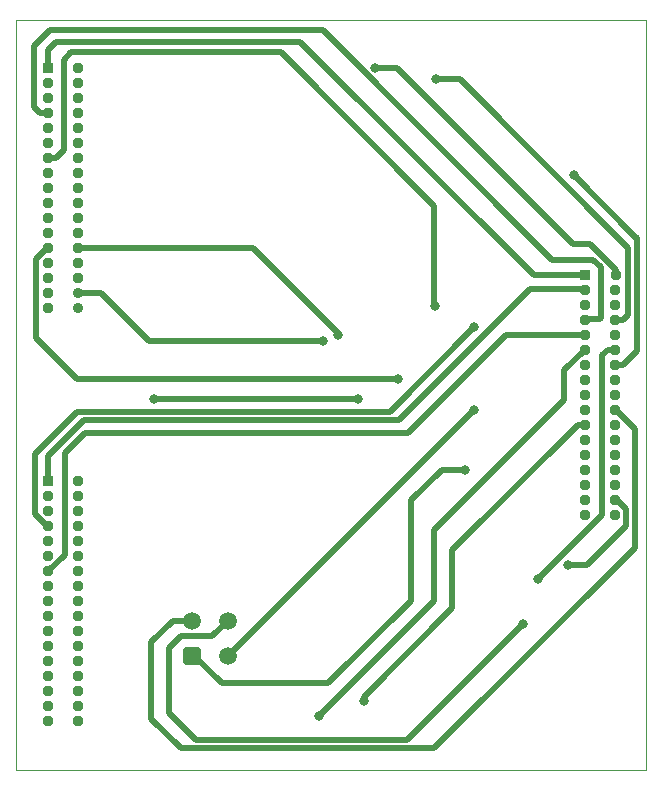
<source format=gbr>
%TF.GenerationSoftware,KiCad,Pcbnew,7.0.7*%
%TF.CreationDate,2023-10-17T22:09:53-05:00*%
%TF.ProjectId,Heater_South_DCT_HSK,48656174-6572-45f5-936f-7574685f4443,rev?*%
%TF.SameCoordinates,Original*%
%TF.FileFunction,Copper,L1,Top*%
%TF.FilePolarity,Positive*%
%FSLAX46Y46*%
G04 Gerber Fmt 4.6, Leading zero omitted, Abs format (unit mm)*
G04 Created by KiCad (PCBNEW 7.0.7) date 2023-10-17 22:09:53*
%MOMM*%
%LPD*%
G01*
G04 APERTURE LIST*
G04 Aperture macros list*
%AMRoundRect*
0 Rectangle with rounded corners*
0 $1 Rounding radius*
0 $2 $3 $4 $5 $6 $7 $8 $9 X,Y pos of 4 corners*
0 Add a 4 corners polygon primitive as box body*
4,1,4,$2,$3,$4,$5,$6,$7,$8,$9,$2,$3,0*
0 Add four circle primitives for the rounded corners*
1,1,$1+$1,$2,$3*
1,1,$1+$1,$4,$5*
1,1,$1+$1,$6,$7*
1,1,$1+$1,$8,$9*
0 Add four rect primitives between the rounded corners*
20,1,$1+$1,$2,$3,$4,$5,0*
20,1,$1+$1,$4,$5,$6,$7,0*
20,1,$1+$1,$6,$7,$8,$9,0*
20,1,$1+$1,$8,$9,$2,$3,0*%
G04 Aperture macros list end*
%TA.AperFunction,ComponentPad*%
%ADD10R,0.940800X0.940800*%
%TD*%
%TA.AperFunction,ComponentPad*%
%ADD11C,0.940800*%
%TD*%
%TA.AperFunction,ComponentPad*%
%ADD12C,0.890000*%
%TD*%
%TA.AperFunction,ComponentPad*%
%ADD13RoundRect,0.250001X-0.499999X-0.499999X0.499999X-0.499999X0.499999X0.499999X-0.499999X0.499999X0*%
%TD*%
%TA.AperFunction,ComponentPad*%
%ADD14C,1.500000*%
%TD*%
%TA.AperFunction,ViaPad*%
%ADD15C,0.800000*%
%TD*%
%TA.AperFunction,Conductor*%
%ADD16C,0.508000*%
%TD*%
%TA.AperFunction,Profile*%
%ADD17C,0.100000*%
%TD*%
G04 APERTURE END LIST*
D10*
%TO.P,J2,1,Pin_1*%
%TO.N,/HB2_1*%
X104256840Y-89890600D03*
D11*
%TO.P,J2,2,Pin_2*%
%TO.N,/HB2_2*%
X106817160Y-89890600D03*
%TO.P,J2,3,Pin_3*%
%TO.N,unconnected-(J2-Pin_3-Pad3)*%
X104267000Y-91160600D03*
%TO.P,J2,4,Pin_4*%
%TO.N,unconnected-(J2-Pin_4-Pad4)*%
X106807000Y-91160600D03*
%TO.P,J2,5,Pin_5*%
%TO.N,unconnected-(J2-Pin_5-Pad5)*%
X104267000Y-92430600D03*
%TO.P,J2,6,Pin_6*%
%TO.N,unconnected-(J2-Pin_6-Pad6)*%
X106807000Y-92430600D03*
%TO.P,J2,7,Pin_7*%
%TO.N,/HB2_7*%
X104267000Y-93700600D03*
%TO.P,J2,8,Pin_8*%
%TO.N,/HB2_8*%
X106807000Y-93700600D03*
%TO.P,J2,9,Pin_9*%
%TO.N,unconnected-(J2-Pin_9-Pad9)*%
X104267000Y-94970600D03*
%TO.P,J2,10,Pin_10*%
%TO.N,unconnected-(J2-Pin_10-Pad10)*%
X106807000Y-94970600D03*
%TO.P,J2,11,Pin_11*%
%TO.N,unconnected-(J2-Pin_11-Pad11)*%
X104267000Y-96240600D03*
%TO.P,J2,12,Pin_12*%
%TO.N,unconnected-(J2-Pin_12-Pad12)*%
X106807000Y-96240600D03*
%TO.P,J2,13,Pin_13*%
%TO.N,/HB2_13*%
X104267000Y-97510600D03*
%TO.P,J2,14,Pin_14*%
%TO.N,/HB2_14*%
X106807000Y-97510600D03*
%TO.P,J2,15,Pin_15*%
%TO.N,unconnected-(J2-Pin_15-Pad15)*%
X104267000Y-98780600D03*
%TO.P,J2,16,Pin_16*%
%TO.N,unconnected-(J2-Pin_16-Pad16)*%
X106807000Y-98780600D03*
%TO.P,J2,17,Pin_17*%
%TO.N,unconnected-(J2-Pin_17-Pad17)*%
X104267000Y-100050600D03*
%TO.P,J2,18,Pin_18*%
%TO.N,unconnected-(J2-Pin_18-Pad18)*%
X106807000Y-100050600D03*
%TO.P,J2,19,Pin_19*%
%TO.N,/HB2_19*%
X104267000Y-101320600D03*
%TO.P,J2,20,Pin_20*%
%TO.N,/HB2_20*%
X106807000Y-101320600D03*
%TO.P,J2,21,Pin_21*%
%TO.N,unconnected-(J2-Pin_21-Pad21)*%
X104267000Y-102590600D03*
%TO.P,J2,22,Pin_22*%
%TO.N,unconnected-(J2-Pin_22-Pad22)*%
X106807000Y-102590600D03*
%TO.P,J2,23,Pin_23*%
%TO.N,unconnected-(J2-Pin_23-Pad23)*%
X104267000Y-103860600D03*
%TO.P,J2,24,Pin_24*%
%TO.N,unconnected-(J2-Pin_24-Pad24)*%
X106807000Y-103860600D03*
%TO.P,J2,25,Pin_25*%
%TO.N,/HB2_25*%
X104267000Y-105130600D03*
%TO.P,J2,26,Pin_26*%
%TO.N,/HB2_26*%
X106807000Y-105130600D03*
%TO.P,J2,27,Pin_27*%
%TO.N,unconnected-(J2-Pin_27-Pad27)*%
X104267000Y-106400600D03*
%TO.P,J2,28,Pin_28*%
%TO.N,unconnected-(J2-Pin_28-Pad28)*%
X106807000Y-106400600D03*
%TO.P,J2,29,Pin_29*%
%TO.N,unconnected-(J2-Pin_29-Pad29)*%
X104267000Y-107670600D03*
%TO.P,J2,30,Pin_30*%
%TO.N,unconnected-(J2-Pin_30-Pad30)*%
X106807000Y-107670600D03*
%TO.P,J2,31,Pin_31*%
%TO.N,unconnected-(J2-Pin_31-Pad31)*%
X104267000Y-108940600D03*
%TO.P,J2,32,Pin_32*%
%TO.N,unconnected-(J2-Pin_32-Pad32)*%
X106807000Y-108940600D03*
%TO.P,J2,33,Pin_33*%
%TO.N,unconnected-(J2-Pin_33-Pad33)*%
X104267000Y-110210600D03*
%TO.P,J2,34,Pin_34*%
%TO.N,unconnected-(J2-Pin_34-Pad34)*%
X106807000Y-110210600D03*
%TD*%
D10*
%TO.P,J3,1,Pin_1*%
%TO.N,/HB1_1*%
X149773640Y-72390000D03*
D11*
%TO.P,J3,2,Pin_2*%
%TO.N,/HB1_2*%
X152333960Y-72390000D03*
%TO.P,J3,3,Pin_3*%
%TO.N,/HB2_1*%
X149783800Y-73660000D03*
%TO.P,J3,4,Pin_4*%
%TO.N,/HB2_2*%
X152323800Y-73660000D03*
%TO.P,J3,5,Pin_5*%
%TO.N,/HB2_7*%
X149783800Y-74930000D03*
%TO.P,J3,6,Pin_6*%
%TO.N,/HB2_8*%
X152323800Y-74930000D03*
%TO.P,J3,7,Pin_7*%
%TO.N,/HB1_7*%
X149783800Y-76200000D03*
%TO.P,J3,8,Pin_8*%
%TO.N,/HB1_8*%
X152323800Y-76200000D03*
%TO.P,J3,9,Pin_9*%
%TO.N,/HB2_13*%
X149783800Y-77470000D03*
%TO.P,J3,10,Pin_10*%
%TO.N,/HB2_14*%
X152323800Y-77470000D03*
%TO.P,J3,11,Pin_11*%
%TO.N,/HB2_19*%
X149783800Y-78740000D03*
%TO.P,J3,12,Pin_12*%
%TO.N,/HB2_20*%
X152323800Y-78740000D03*
%TO.P,J3,13,Pin_13*%
%TO.N,/HB1_13*%
X149783800Y-80010000D03*
%TO.P,J3,14,Pin_14*%
%TO.N,/HB1_14*%
X152323800Y-80010000D03*
%TO.P,J3,15,Pin_15*%
%TO.N,unconnected-(J3-Pin_15-Pad15)*%
X149783800Y-81280000D03*
%TO.P,J3,16,Pin_16*%
%TO.N,unconnected-(J3-Pin_16-Pad16)*%
X152323800Y-81280000D03*
%TO.P,J3,17,Pin_17*%
%TO.N,unconnected-(J3-Pin_17-Pad17)*%
X149783800Y-82550000D03*
%TO.P,J3,18,Pin_18*%
%TO.N,unconnected-(J3-Pin_18-Pad18)*%
X152323800Y-82550000D03*
%TO.P,J3,19,Pin_19*%
%TO.N,/SpareS1+*%
X149783800Y-83820000D03*
%TO.P,J3,20,Pin_20*%
%TO.N,/SpareS1-*%
X152323800Y-83820000D03*
%TO.P,J3,21,Pin_21*%
%TO.N,/HB2_25*%
X149783800Y-85090000D03*
%TO.P,J3,22,Pin_22*%
%TO.N,/HB2_26*%
X152323800Y-85090000D03*
%TO.P,J3,23,Pin_23*%
%TO.N,unconnected-(J3-Pin_23-Pad23)*%
X149783800Y-86360000D03*
%TO.P,J3,24,Pin_24*%
%TO.N,unconnected-(J3-Pin_24-Pad24)*%
X152323800Y-86360000D03*
%TO.P,J3,25,Pin_25*%
%TO.N,/HB1_25*%
X149783800Y-87630000D03*
%TO.P,J3,26,Pin_26*%
%TO.N,/HB1_26*%
X152323800Y-87630000D03*
%TO.P,J3,27,Pin_27*%
%TO.N,/SpareS2+*%
X149783800Y-88900000D03*
%TO.P,J3,28,Pin_28*%
%TO.N,/SpareS2-*%
X152323800Y-88900000D03*
%TO.P,J3,29,Pin_29*%
%TO.N,unconnected-(J3-Pin_29-Pad29)*%
X149783800Y-90170000D03*
%TO.P,J3,30,Pin_30*%
%TO.N,unconnected-(J3-Pin_30-Pad30)*%
X152323800Y-90170000D03*
%TO.P,J3,31,Pin_31*%
%TO.N,/HB1_31*%
X149783800Y-91440000D03*
%TO.P,J3,32,Pin_32*%
%TO.N,/HB1_32*%
X152323800Y-91440000D03*
%TO.P,J3,33,Pin_33*%
%TO.N,unconnected-(J3-Pin_33-Pad33)*%
X149783800Y-92710000D03*
%TO.P,J3,34,Pin_34*%
%TO.N,unconnected-(J3-Pin_34-Pad34)*%
X152323800Y-92710000D03*
%TD*%
D10*
%TO.P,J1,1,Pin_1*%
%TO.N,/HB1_1*%
X104256840Y-54864000D03*
D11*
%TO.P,J1,2,Pin_2*%
%TO.N,/HB1_2*%
X106817160Y-54864000D03*
%TO.P,J1,3,Pin_3*%
%TO.N,unconnected-(J1-Pin_3-Pad3)*%
X104267000Y-56134000D03*
%TO.P,J1,4,Pin_4*%
%TO.N,unconnected-(J1-Pin_4-Pad4)*%
X106807000Y-56134000D03*
%TO.P,J1,5,Pin_5*%
%TO.N,unconnected-(J1-Pin_5-Pad5)*%
X104267000Y-57404000D03*
%TO.P,J1,6,Pin_6*%
%TO.N,unconnected-(J1-Pin_6-Pad6)*%
X106807000Y-57404000D03*
%TO.P,J1,7,Pin_7*%
%TO.N,/HB1_7*%
X104267000Y-58674000D03*
%TO.P,J1,8,Pin_8*%
%TO.N,/HB1_8*%
X106807000Y-58674000D03*
%TO.P,J1,9,Pin_9*%
%TO.N,unconnected-(J1-Pin_9-Pad9)*%
X104267000Y-59944000D03*
%TO.P,J1,10,Pin_10*%
%TO.N,unconnected-(J1-Pin_10-Pad10)*%
X106807000Y-59944000D03*
%TO.P,J1,11,Pin_11*%
%TO.N,unconnected-(J1-Pin_11-Pad11)*%
X104267000Y-61214000D03*
%TO.P,J1,12,Pin_12*%
%TO.N,unconnected-(J1-Pin_12-Pad12)*%
X106807000Y-61214000D03*
%TO.P,J1,13,Pin_13*%
%TO.N,/HB1_13*%
X104267000Y-62484000D03*
%TO.P,J1,14,Pin_14*%
%TO.N,/HB1_14*%
X106807000Y-62484000D03*
%TO.P,J1,15,Pin_15*%
%TO.N,unconnected-(J1-Pin_15-Pad15)*%
X104267000Y-63754000D03*
%TO.P,J1,16,Pin_16*%
%TO.N,unconnected-(J1-Pin_16-Pad16)*%
X106807000Y-63754000D03*
%TO.P,J1,17,Pin_17*%
%TO.N,unconnected-(J1-Pin_17-Pad17)*%
X104267000Y-65024000D03*
%TO.P,J1,18,Pin_18*%
%TO.N,unconnected-(J1-Pin_18-Pad18)*%
X106807000Y-65024000D03*
%TO.P,J1,19,Pin_19*%
%TO.N,unconnected-(J1-Pin_19-Pad19)*%
X104267000Y-66294000D03*
%TO.P,J1,20,Pin_20*%
%TO.N,unconnected-(J1-Pin_20-Pad20)*%
X106807000Y-66294000D03*
%TO.P,J1,21,Pin_21*%
%TO.N,unconnected-(J1-Pin_21-Pad21)*%
X104267000Y-67564000D03*
%TO.P,J1,22,Pin_22*%
%TO.N,unconnected-(J1-Pin_22-Pad22)*%
X106807000Y-67564000D03*
%TO.P,J1,23,Pin_23*%
%TO.N,unconnected-(J1-Pin_23-Pad23)*%
X104267000Y-68834000D03*
%TO.P,J1,24,Pin_24*%
%TO.N,unconnected-(J1-Pin_24-Pad24)*%
X106807000Y-68834000D03*
%TO.P,J1,25,Pin_25*%
%TO.N,/HB1_25*%
X104267000Y-70104000D03*
%TO.P,J1,26,Pin_26*%
%TO.N,/HB1_26*%
X106807000Y-70104000D03*
%TO.P,J1,27,Pin_27*%
%TO.N,unconnected-(J1-Pin_27-Pad27)*%
X104267000Y-71374000D03*
%TO.P,J1,28,Pin_28*%
%TO.N,unconnected-(J1-Pin_28-Pad28)*%
X106807000Y-71374000D03*
%TO.P,J1,29,Pin_29*%
%TO.N,unconnected-(J1-Pin_29-Pad29)*%
X104267000Y-72644000D03*
%TO.P,J1,30,Pin_30*%
%TO.N,unconnected-(J1-Pin_30-Pad30)*%
X106807000Y-72644000D03*
%TO.P,J1,31,Pin_31*%
%TO.N,/HB1_31*%
X104267000Y-73914000D03*
D12*
%TO.P,J1,32,Pin_32*%
%TO.N,/HB1_32*%
X106807000Y-73914000D03*
D11*
%TO.P,J1,33,Pin_33*%
%TO.N,unconnected-(J1-Pin_33-Pad33)*%
X104267000Y-75184000D03*
D12*
%TO.P,J1,34,Pin_34*%
%TO.N,unconnected-(J1-Pin_34-Pad34)*%
X106807000Y-75184000D03*
%TD*%
D13*
%TO.P,J4,1,Pin_1*%
%TO.N,/SpareS2+*%
X116500000Y-104680000D03*
D14*
%TO.P,J4,2,Pin_2*%
%TO.N,/SpareS1+*%
X119500000Y-104680000D03*
%TO.P,J4,3,Pin_3*%
%TO.N,/SpareS1-*%
X116500000Y-101680000D03*
%TO.P,J4,4,Pin_4*%
%TO.N,/SpareS2-*%
X119500000Y-101680000D03*
%TD*%
D15*
%TO.N,/HB1_2*%
X131946916Y-54870084D03*
%TO.N,/HB1_8*%
X137109200Y-55803800D03*
%TO.N,/HB1_13*%
X137002000Y-75005600D03*
%TO.N,/HB1_14*%
X148773400Y-63977000D03*
%TO.N,/HB1_25*%
X133902000Y-81205600D03*
%TO.N,/HB1_26*%
X128802000Y-77470000D03*
%TO.N,/HB1_31*%
X113257222Y-82905600D03*
X130500000Y-82905600D03*
%TO.N,/HB1_32*%
X148285200Y-97005600D03*
X127602000Y-78005600D03*
%TO.N,/HB2_7*%
X140379200Y-76828400D03*
%TO.N,/HB2_19*%
X127250000Y-109750000D03*
%TO.N,/HB2_20*%
X145762000Y-98145600D03*
%TO.N,/HB2_25*%
X131000000Y-108500000D03*
%TO.N,/SpareS1+*%
X140340000Y-83840000D03*
%TO.N,/SpareS2+*%
X139600000Y-88900000D03*
%TO.N,/SpareS2-*%
X144500000Y-102000000D03*
%TD*%
D16*
%TO.N,/HB1_1*%
X149773640Y-72390000D02*
X145389600Y-72390000D01*
X104256840Y-53350160D02*
X104256840Y-54864000D01*
X125653800Y-52654200D02*
X104952800Y-52654200D01*
X104952800Y-52654200D02*
X104256840Y-53350160D01*
X145389600Y-72390000D02*
X125653800Y-52654200D01*
%TO.N,/HB1_2*%
X152333960Y-72007656D02*
X152333960Y-72390000D01*
X148742400Y-69799200D02*
X150125504Y-69799200D01*
X150125504Y-69799200D02*
X152333960Y-72007656D01*
X133813284Y-54870084D02*
X148742400Y-69799200D01*
X131946916Y-54870084D02*
X133813284Y-54870084D01*
%TO.N,/HB1_7*%
X151104600Y-76022200D02*
X151104600Y-71779560D01*
X104419400Y-51714400D02*
X103124000Y-53009800D01*
X127584200Y-51714400D02*
X104419400Y-51714400D01*
X150446240Y-71121200D02*
X146991000Y-71121200D01*
X103124000Y-58196246D02*
X103601754Y-58674000D01*
X150938577Y-76188223D02*
X151104600Y-76022200D01*
X151104600Y-71779560D02*
X150446240Y-71121200D01*
X149864623Y-76188223D02*
X150938577Y-76188223D01*
X146991000Y-71121200D02*
X127584200Y-51714400D01*
X103601754Y-58674000D02*
X104267000Y-58674000D01*
X103124000Y-53009800D02*
X103124000Y-58196246D01*
%TO.N,/HB1_8*%
X137109200Y-55803800D02*
X139124200Y-55803800D01*
X139124200Y-55803800D02*
X153416000Y-70095600D01*
X153416000Y-70095600D02*
X153416000Y-75773046D01*
X152989046Y-76200000D02*
X152323800Y-76200000D01*
X153416000Y-75773046D02*
X152989046Y-76200000D01*
%TO.N,/HB1_13*%
X104960900Y-62484000D02*
X104267000Y-62484000D01*
X106226000Y-53565400D02*
X105613200Y-54178200D01*
X136982200Y-66548000D02*
X123999600Y-53565400D01*
X123999600Y-53565400D02*
X106226000Y-53565400D01*
X105613200Y-61831700D02*
X104960900Y-62484000D01*
X137002000Y-75005600D02*
X136982200Y-74985800D01*
X136982200Y-74985800D02*
X136982200Y-66548000D01*
X105613200Y-54178200D02*
X105613200Y-61831700D01*
%TO.N,/HB1_14*%
X154124000Y-78875046D02*
X152989046Y-80010000D01*
X153993100Y-69196700D02*
X154124000Y-69327600D01*
X154124000Y-69327600D02*
X154124000Y-78875046D01*
X153993100Y-69196700D02*
X154178000Y-69381600D01*
X152989046Y-80010000D02*
X152323800Y-80010000D01*
X148773400Y-63977000D02*
X153993100Y-69196700D01*
%TO.N,/HB1_25*%
X106702000Y-81205600D02*
X103225600Y-77729200D01*
X103225600Y-77729200D02*
X103225600Y-71108100D01*
X133902000Y-81205600D02*
X106702000Y-81205600D01*
X103225600Y-71108100D02*
X104229700Y-70104000D01*
X104229700Y-70104000D02*
X104267000Y-70104000D01*
%TO.N,/HB1_26*%
X121615200Y-70154800D02*
X106857800Y-70154800D01*
X128802000Y-77341600D02*
X121615200Y-70154800D01*
X128802000Y-77470000D02*
X128802000Y-77341600D01*
X106857800Y-70154800D02*
X106807000Y-70104000D01*
%TO.N,/HB1_31*%
X113257222Y-82905600D02*
X130500000Y-82905600D01*
%TO.N,/HB1_32*%
X127602000Y-78005600D02*
X112854400Y-78005600D01*
X112854400Y-78005600D02*
X108762800Y-73914000D01*
X153248200Y-93659400D02*
X153248200Y-92271800D01*
X108762800Y-73914000D02*
X106807000Y-73914000D01*
X149902000Y-97005600D02*
X153248200Y-93659400D01*
X148285200Y-97005600D02*
X149902000Y-97005600D01*
X153248200Y-92271800D02*
X152416400Y-91440000D01*
%TO.N,/HB2_1*%
X107286000Y-84721600D02*
X104256840Y-87750760D01*
X133986000Y-84721600D02*
X107286000Y-84721600D01*
X104256840Y-87750760D02*
X104256840Y-89890600D01*
X149783800Y-73660000D02*
X149733000Y-73609200D01*
X149733000Y-73609200D02*
X145098400Y-73609200D01*
X145098400Y-73609200D02*
X133986000Y-84721600D01*
%TO.N,/HB2_7*%
X133194000Y-84013600D02*
X106706000Y-84013600D01*
X140379200Y-76828400D02*
X133194000Y-84013600D01*
X103174800Y-92645700D02*
X104229700Y-93700600D01*
X104229700Y-93700600D02*
X104267000Y-93700600D01*
X106706000Y-84013600D02*
X103174800Y-87544800D01*
X103174800Y-87544800D02*
X103174800Y-92645700D01*
%TO.N,/HB2_13*%
X105714800Y-87492800D02*
X105714800Y-96100100D01*
X134716400Y-85791200D02*
X107416400Y-85791200D01*
X107416400Y-85791200D02*
X105714800Y-87492800D01*
X104304300Y-97510600D02*
X104267000Y-97510600D01*
X149783800Y-77470000D02*
X143037600Y-77470000D01*
X143037600Y-77470000D02*
X134716400Y-85791200D01*
X105714800Y-96100100D02*
X104304300Y-97510600D01*
%TO.N,/HB2_19*%
X127250000Y-109750000D02*
X137000000Y-100000000D01*
X149746500Y-78740000D02*
X149783800Y-78740000D01*
X148000000Y-83000000D02*
X148000000Y-80486500D01*
X137000000Y-100000000D02*
X137000000Y-94000000D01*
X148000000Y-80486500D02*
X149746500Y-78740000D01*
X137000000Y-94000000D02*
X148000000Y-83000000D01*
%TO.N,/HB2_20*%
X151688800Y-78740000D02*
X152323800Y-78740000D01*
X145762000Y-98145600D02*
X151206200Y-92701400D01*
X151206200Y-92701400D02*
X151206200Y-79222600D01*
X151206200Y-79222600D02*
X151688800Y-78740000D01*
%TO.N,/HB2_25*%
X149118554Y-85090000D02*
X149783800Y-85090000D01*
X138500000Y-95708554D02*
X149118554Y-85090000D01*
X138500000Y-100641000D02*
X138500000Y-95708554D01*
X131000000Y-108141000D02*
X138500000Y-100641000D01*
X131000000Y-108500000D02*
X131000000Y-108141000D01*
%TO.N,/SpareS1+*%
X140340000Y-83840000D02*
X119500000Y-104680000D01*
%TO.N,/SpareS1-*%
X116500000Y-101680000D02*
X114820000Y-101680000D01*
X154000000Y-95500000D02*
X154000000Y-85458900D01*
X115500000Y-112500000D02*
X137000000Y-112500000D01*
X113000000Y-110000000D02*
X115500000Y-112500000D01*
X114820000Y-101680000D02*
X113000000Y-103500000D01*
X137000000Y-112500000D02*
X154000000Y-95500000D01*
X154000000Y-85458900D02*
X152361100Y-83820000D01*
X152361100Y-83820000D02*
X152323800Y-83820000D01*
X113000000Y-103500000D02*
X113000000Y-110000000D01*
%TO.N,/SpareS2+*%
X116680000Y-104680000D02*
X116500000Y-104680000D01*
X137600000Y-88900000D02*
X135000000Y-91500000D01*
X135000000Y-100000000D02*
X128000000Y-107000000D01*
X135000000Y-91500000D02*
X135000000Y-100000000D01*
X128000000Y-107000000D02*
X119000000Y-107000000D01*
X139600000Y-88900000D02*
X137600000Y-88900000D01*
X119000000Y-107000000D02*
X116680000Y-104680000D01*
%TO.N,/SpareS2-*%
X115500000Y-103000000D02*
X118180000Y-103000000D01*
X114500000Y-104000000D02*
X115500000Y-103000000D01*
X134708000Y-111792000D02*
X116792000Y-111792000D01*
X114500000Y-109500000D02*
X114500000Y-104000000D01*
X118180000Y-103000000D02*
X119500000Y-101680000D01*
X116792000Y-111792000D02*
X114500000Y-109500000D01*
X144500000Y-102000000D02*
X134708000Y-111792000D01*
%TD*%
D17*
X101600000Y-50800000D02*
X154940000Y-50800000D01*
X154940000Y-114300000D01*
X101600000Y-114300000D01*
X101600000Y-50800000D01*
M02*

</source>
